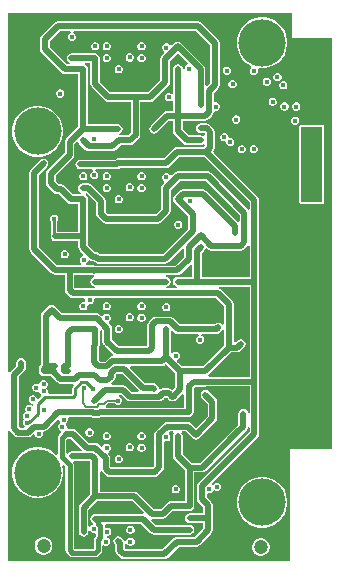
<source format=gbr>
G04*
G04 #@! TF.GenerationSoftware,Altium Limited,Altium Designer,24.9.1 (31)*
G04*
G04 Layer_Physical_Order=3*
G04 Layer_Color=3707366*
%FSLAX44Y44*%
%MOMM*%
G71*
G04*
G04 #@! TF.SameCoordinates,2D473B94-B7B4-4BDE-9676-FEF16CC65D84*
G04*
G04*
G04 #@! TF.FilePolarity,Positive*
G04*
G01*
G75*
%ADD12C,0.1500*%
%ADD31C,0.2200*%
%ADD33C,0.4000*%
%ADD34C,0.5000*%
%ADD35C,1.2000*%
%ADD36C,4.0000*%
%ADD37C,0.4000*%
G36*
X170922Y437311D02*
Y404689D01*
X168578Y402346D01*
X167078Y402967D01*
Y416600D01*
X167078Y416600D01*
X166768Y418161D01*
X165884Y419484D01*
X146484Y438884D01*
X145161Y439768D01*
X143600Y440078D01*
X142039Y439768D01*
X140716Y438884D01*
X140716Y438884D01*
X138656Y436824D01*
X136967Y436983D01*
X135983Y437967D01*
X134696Y438500D01*
X133304D01*
X132017Y437967D01*
X131033Y436983D01*
X130500Y435696D01*
Y434304D01*
X131033Y433017D01*
X131881Y432170D01*
X132031Y431882D01*
X132176Y430344D01*
X130116Y428284D01*
X129232Y426961D01*
X128922Y425400D01*
X128922Y425400D01*
Y407689D01*
X118311Y397078D01*
X86689D01*
X77678Y406089D01*
Y426000D01*
X77368Y427561D01*
X76484Y428884D01*
X75161Y429768D01*
X73600Y430078D01*
X53600D01*
X52039Y429768D01*
X50716Y428884D01*
X49832Y427561D01*
X49522Y426000D01*
X49832Y424439D01*
X50716Y423116D01*
X52039Y422232D01*
X52309Y422178D01*
X52162Y420678D01*
X49839D01*
X35078Y435439D01*
Y440311D01*
X43689Y448922D01*
X52144D01*
X53243Y447954D01*
Y447954D01*
D01*
X53304Y447500D01*
X52017Y446967D01*
X51033Y445983D01*
X50500Y444696D01*
Y443304D01*
X51033Y442017D01*
X52017Y441033D01*
X53304Y440500D01*
X54696D01*
X55983Y441033D01*
X56967Y442017D01*
X57500Y443304D01*
Y444696D01*
X56967Y445983D01*
X55983Y446967D01*
X54696Y447500D01*
X54757Y447954D01*
X55856Y448922D01*
X159311D01*
X170922Y437311D01*
D02*
G37*
G36*
X151946Y421886D02*
X151531Y420180D01*
X151017Y419967D01*
X150033Y418983D01*
X149500Y417696D01*
Y416742D01*
X148000Y416594D01*
X147768Y417761D01*
X146884Y419084D01*
X146884Y419084D01*
X146484Y419484D01*
X145161Y420368D01*
X143600Y420678D01*
X142039Y420368D01*
X140716Y419484D01*
X139832Y418161D01*
X139522Y416600D01*
X139832Y415039D01*
X139922Y414905D01*
Y396149D01*
X138422Y395528D01*
X137983Y395967D01*
X136696Y396500D01*
X135304D01*
X134017Y395967D01*
X133033Y394983D01*
X132500Y393696D01*
Y392304D01*
X133033Y391017D01*
X134017Y390033D01*
X135304Y389500D01*
X136696D01*
X137983Y390033D01*
X138422Y390472D01*
X138566Y390412D01*
X139832Y389675D01*
X139522Y388115D01*
X139522Y388115D01*
Y381278D01*
X134800D01*
X134800Y381278D01*
X133239Y380968D01*
X131916Y380084D01*
X131916Y380084D01*
X120716Y368884D01*
X119832Y367561D01*
X119522Y366000D01*
X119832Y364439D01*
X120716Y363116D01*
X122039Y362232D01*
X123600Y361922D01*
X125161Y362232D01*
X126484Y363116D01*
X136489Y373122D01*
X139522D01*
Y364400D01*
X139522Y364400D01*
X139832Y362839D01*
X140716Y361516D01*
X148516Y353716D01*
X148516Y353716D01*
X149839Y352832D01*
X151400Y352522D01*
X163000D01*
X164561Y352832D01*
X164949Y353092D01*
X166393Y352426D01*
X166449Y351955D01*
X165283Y350678D01*
X143000D01*
X141439Y350368D01*
X140116Y349484D01*
X140116Y349484D01*
X131711Y341078D01*
X94714D01*
X93696Y341500D01*
X92304D01*
X91017Y340967D01*
X90129Y340078D01*
X61000D01*
X59439Y339768D01*
X58116Y338884D01*
X57232Y337561D01*
X56922Y336000D01*
X57232Y334439D01*
X58116Y333116D01*
X59439Y332232D01*
X61000Y331922D01*
X71144D01*
X72243Y330954D01*
Y330954D01*
X72243D01*
X72304Y330500D01*
X71017Y329967D01*
X70033Y328983D01*
X69500Y327696D01*
Y326304D01*
X70033Y325017D01*
X71017Y324033D01*
X72304Y323500D01*
X73696D01*
X74983Y324033D01*
X75967Y325017D01*
X76500Y326304D01*
Y327696D01*
X75967Y328983D01*
X74983Y329967D01*
X73696Y330500D01*
X73757Y330954D01*
X73757D01*
X73757Y330954D01*
X74856Y331922D01*
X92000D01*
X92000Y331922D01*
X93561Y332232D01*
X94593Y332922D01*
X133400D01*
X133400Y332922D01*
X134961Y333232D01*
X136284Y334116D01*
X144689Y342522D01*
X165911D01*
X204451Y303982D01*
Y298239D01*
X202951Y297784D01*
X202884Y297884D01*
X171884Y328884D01*
X170561Y329768D01*
X169000Y330078D01*
X169000Y330078D01*
X143600D01*
X143600Y330078D01*
X142039Y329768D01*
X140716Y328884D01*
X138656Y326824D01*
X136967Y326983D01*
X135983Y327967D01*
X134696Y328500D01*
X133304D01*
X132017Y327967D01*
X131033Y326983D01*
X130500Y325696D01*
Y324304D01*
X131033Y323017D01*
X132017Y322033D01*
X132176Y320344D01*
X130716Y318884D01*
X129832Y317561D01*
X129522Y316000D01*
X129522Y316000D01*
Y306600D01*
Y298289D01*
X125311Y294078D01*
X84689D01*
X82649Y296118D01*
Y305429D01*
X82649Y305429D01*
X82339Y306990D01*
X81455Y308313D01*
X81455Y308313D01*
X70884Y318884D01*
X69561Y319768D01*
X68000Y320078D01*
X68000Y320078D01*
X63000D01*
X61439Y319768D01*
X60116Y318884D01*
X59232Y317561D01*
X58922Y316000D01*
X59232Y314439D01*
X60116Y313116D01*
X61439Y312232D01*
X61710Y312178D01*
X61562Y310678D01*
X55089D01*
X47884Y317884D01*
X46561Y318768D01*
X45000Y319078D01*
X45000Y319078D01*
X43204D01*
X40149Y322133D01*
Y326382D01*
X54884Y341116D01*
X54884Y341116D01*
X55768Y342439D01*
X56078Y344000D01*
Y353311D01*
X57817Y355050D01*
X59511Y354622D01*
X60116Y353716D01*
X65416Y348416D01*
X65416Y348416D01*
X66739Y347532D01*
X68300Y347222D01*
X88300D01*
X88300Y347222D01*
X89861Y347532D01*
X91184Y348416D01*
X95289Y352522D01*
X103600D01*
X103600Y352522D01*
X105161Y352832D01*
X106484Y353716D01*
X110884Y358116D01*
X110884Y358116D01*
X111768Y359439D01*
X112078Y361000D01*
Y388922D01*
X120000D01*
X120000Y388922D01*
X121561Y389232D01*
X122884Y390116D01*
X135884Y403116D01*
X135884Y403116D01*
X136768Y404439D01*
X137078Y406000D01*
X137078Y406000D01*
Y423711D01*
X143600Y430232D01*
X151946Y421886D01*
D02*
G37*
G36*
X240000Y443000D02*
X274000D01*
Y95000D01*
X239000D01*
Y0D01*
X0D01*
Y110098D01*
X1500Y110553D01*
X2116Y109631D01*
X5631Y106116D01*
X5631Y106116D01*
X6954Y105232D01*
X8515Y104922D01*
X8515Y104922D01*
X16757D01*
X16757Y104922D01*
X18318Y105232D01*
X19641Y106116D01*
X21000Y107475D01*
X21563Y107411D01*
X22632Y106986D01*
X23033Y106017D01*
X24017Y105033D01*
X25304Y104500D01*
X26696D01*
X27983Y105033D01*
X28967Y106017D01*
X29500Y107304D01*
Y108589D01*
X29576Y108791D01*
X30569Y110035D01*
X31561Y110232D01*
X32884Y111116D01*
X42000Y120232D01*
X43500Y119611D01*
Y119304D01*
X43828Y118512D01*
X44017Y116967D01*
X43033Y115983D01*
X42500Y114696D01*
Y113304D01*
X43033Y112017D01*
X44017Y111033D01*
X44326Y110905D01*
X45024Y109869D01*
X45065Y109155D01*
X45056Y109103D01*
X42977Y107023D01*
X42203Y105866D01*
X41931Y104500D01*
Y90596D01*
X40431Y89974D01*
X38705Y91700D01*
X35184Y94053D01*
X31271Y95674D01*
X27118Y96500D01*
X22882D01*
X18729Y95674D01*
X14816Y94053D01*
X11295Y91700D01*
X8300Y88705D01*
X5947Y85184D01*
X4326Y81271D01*
X3500Y77118D01*
Y72882D01*
X4326Y68729D01*
X5947Y64816D01*
X8300Y61295D01*
X11295Y58300D01*
X14816Y55947D01*
X18729Y54326D01*
X22882Y53500D01*
X27118D01*
X31271Y54326D01*
X35184Y55947D01*
X38705Y58300D01*
X41700Y61295D01*
X44053Y64816D01*
X45674Y68729D01*
X46500Y72882D01*
Y77118D01*
X45822Y80524D01*
X47205Y81263D01*
X48431Y80037D01*
Y9343D01*
X48703Y7977D01*
X49477Y6820D01*
X51820Y4477D01*
X52977Y3703D01*
X54343Y3431D01*
X73657D01*
X75023Y3703D01*
X76180Y4477D01*
X78523Y6820D01*
X79297Y7977D01*
X79569Y9343D01*
Y12960D01*
X81018Y13633D01*
X82304Y13100D01*
X83696D01*
X84983Y13633D01*
X85967Y14617D01*
X86500Y15904D01*
Y17296D01*
X85967Y18583D01*
X84983Y19567D01*
X83696Y20100D01*
X83938Y21500D01*
X84696D01*
X85983Y22033D01*
X86967Y23017D01*
X87500Y24304D01*
Y25696D01*
X86967Y26983D01*
X85983Y27967D01*
X84696Y28500D01*
X83304D01*
X82095Y29330D01*
X81858Y30733D01*
X82790Y31922D01*
X112311D01*
X120516Y23716D01*
X120516Y23716D01*
X121839Y22832D01*
X123400Y22522D01*
X123400Y22522D01*
X153600D01*
X155161Y22832D01*
X156484Y23716D01*
X157368Y25039D01*
X157678Y26600D01*
X157368Y28161D01*
X156484Y29484D01*
X155161Y30368D01*
X153600Y30678D01*
X125089D01*
X121220Y34547D01*
X121959Y35930D01*
X122000Y35922D01*
X131000D01*
X131000Y35922D01*
X132561Y36232D01*
X133884Y37116D01*
X139689Y42922D01*
X151905D01*
X152039Y42832D01*
X153600Y42522D01*
X155161Y42832D01*
X156484Y43716D01*
X157368Y45039D01*
X157678Y46600D01*
Y75322D01*
X164400D01*
X164400Y75322D01*
X165961Y75632D01*
X167284Y76516D01*
X197884Y107116D01*
X197884Y107116D01*
X197884Y107116D01*
X201884Y111116D01*
X201884Y111116D01*
X202768Y112439D01*
X202951Y113357D01*
X204451Y113210D01*
Y109704D01*
X161116Y66369D01*
X160232Y65046D01*
X159922Y63485D01*
X159922Y63485D01*
Y52682D01*
X159922Y52682D01*
X160232Y51122D01*
X161116Y49799D01*
X165201Y45714D01*
Y40678D01*
X153600D01*
X152039Y40368D01*
X150716Y39484D01*
X149832Y38161D01*
X149522Y36600D01*
X149832Y35039D01*
X150716Y33716D01*
X152039Y32832D01*
X153600Y32522D01*
X165201D01*
Y27969D01*
X157911Y20678D01*
X143000D01*
X141439Y20368D01*
X140116Y19484D01*
X140116Y19484D01*
X130711Y10078D01*
X99689D01*
X99078Y10689D01*
Y14451D01*
X100578Y14749D01*
X100633Y14617D01*
X101617Y13633D01*
X102904Y13100D01*
X104296D01*
X105583Y13633D01*
X106567Y14617D01*
X107100Y15904D01*
Y17296D01*
X106567Y18583D01*
X105583Y19567D01*
X104296Y20100D01*
X102904D01*
X101617Y19567D01*
X100633Y18583D01*
X100100Y17296D01*
Y17262D01*
X99754Y17131D01*
X98600Y17012D01*
X97884Y18084D01*
X97884Y18084D01*
X96084Y19884D01*
X94761Y20768D01*
X93200Y21078D01*
X91639Y20768D01*
X90316Y19884D01*
X89432Y18561D01*
X89122Y17000D01*
X89432Y15439D01*
X90316Y14116D01*
X90922Y13511D01*
Y9000D01*
X90922Y9000D01*
X91232Y7439D01*
X92116Y6116D01*
X95116Y3116D01*
X95116Y3116D01*
X96439Y2232D01*
X98000Y1922D01*
X132400D01*
X132400Y1922D01*
X133961Y2232D01*
X135284Y3116D01*
X144689Y12522D01*
X159600D01*
X159600Y12522D01*
X161161Y12832D01*
X162484Y13716D01*
X172163Y23396D01*
X173048Y24719D01*
X173358Y26280D01*
X173358Y26280D01*
Y36600D01*
Y47403D01*
X173358Y47403D01*
X173048Y48963D01*
X172163Y50287D01*
X172163Y50287D01*
X168078Y54372D01*
Y56681D01*
X169304Y57500D01*
X170696D01*
X171983Y58033D01*
X172967Y59017D01*
X173244Y59685D01*
X174802Y60140D01*
X174926Y60125D01*
X175017Y60033D01*
X176304Y59500D01*
X177696D01*
X178983Y60033D01*
X179967Y61017D01*
X180500Y62304D01*
Y63696D01*
X179967Y64983D01*
X178983Y65967D01*
X177696Y66500D01*
X176304D01*
X175017Y65967D01*
X174033Y64983D01*
X172889Y64906D01*
X172703Y66421D01*
X211413Y105130D01*
X211413Y105130D01*
X212297Y106454D01*
X212607Y108014D01*
X212607Y108014D01*
Y152131D01*
Y236600D01*
Y305671D01*
X212607Y305671D01*
X212297Y307232D01*
X211413Y308555D01*
X174249Y345719D01*
X173813Y347045D01*
X174697Y348368D01*
X175007Y349929D01*
Y363671D01*
X174697Y365232D01*
X173813Y366555D01*
X173813Y366555D01*
X170884Y369484D01*
X169561Y370368D01*
X168000Y370678D01*
X168000Y370678D01*
X163000D01*
X161439Y370368D01*
X160116Y369484D01*
X159232Y368161D01*
X158922Y366600D01*
X159232Y365039D01*
X160116Y363716D01*
X161439Y362832D01*
X163000Y362522D01*
X166311D01*
X166851Y361982D01*
Y360531D01*
X165351Y359840D01*
X164561Y360368D01*
X163000Y360678D01*
X153089D01*
X147678Y366089D01*
Y373122D01*
X167071D01*
X167071Y373122D01*
X168632Y373432D01*
X169955Y374316D01*
X172884Y377245D01*
X172884Y377245D01*
X173768Y378568D01*
X174078Y380129D01*
Y380681D01*
X175304Y381500D01*
X176696D01*
X177983Y382033D01*
X178967Y383017D01*
X179500Y384304D01*
Y385696D01*
X178967Y386983D01*
X177983Y387967D01*
X176696Y388500D01*
X175304D01*
X174078Y389319D01*
Y396311D01*
X177884Y400116D01*
X177884Y400116D01*
X178768Y401439D01*
X179078Y403000D01*
Y439000D01*
X179078Y439000D01*
X178768Y440561D01*
X177884Y441884D01*
X163884Y455884D01*
X162561Y456768D01*
X161000Y457078D01*
X161000Y457078D01*
X42000D01*
X42000Y457078D01*
X40439Y456768D01*
X39116Y455884D01*
X28116Y444884D01*
X27232Y443561D01*
X26922Y442000D01*
X26922Y442000D01*
Y433750D01*
X26922Y433750D01*
X27232Y432189D01*
X28116Y430866D01*
X45266Y413716D01*
X45266Y413716D01*
X46589Y412832D01*
X48150Y412522D01*
X48150Y412522D01*
X59522D01*
Y368289D01*
X49116Y357884D01*
X48232Y356561D01*
X47922Y355000D01*
X47922Y355000D01*
Y345689D01*
X33187Y330955D01*
X32303Y329632D01*
X31993Y328071D01*
X31993Y328071D01*
Y320444D01*
X31993Y320444D01*
X32303Y318883D01*
X33187Y317560D01*
X38631Y312116D01*
X38631Y312116D01*
X39954Y311232D01*
X41515Y310922D01*
X43311D01*
X50516Y303716D01*
X50516Y303716D01*
X51839Y302832D01*
X53400Y302522D01*
X53400Y302522D01*
X59522D01*
Y279078D01*
X41651D01*
Y287701D01*
X41967Y288017D01*
X42500Y289304D01*
Y290696D01*
X41967Y291983D01*
X40983Y292967D01*
X39696Y293500D01*
X38304D01*
X37017Y292967D01*
X36033Y291983D01*
X35500Y290696D01*
Y289304D01*
X36033Y288017D01*
X36349Y287701D01*
Y276736D01*
X36232Y276561D01*
X35922Y275000D01*
X36232Y273439D01*
X37116Y272116D01*
X38439Y271232D01*
X40000Y270922D01*
X59522D01*
Y266000D01*
X59522Y266000D01*
X59832Y264439D01*
X60716Y263116D01*
X63832Y260000D01*
X63304Y258500D01*
X62017Y257967D01*
X61033Y256983D01*
X60500Y255696D01*
Y254304D01*
X61033Y253017D01*
X61872Y252178D01*
X61779Y251499D01*
X61412Y250678D01*
X41089D01*
X26078Y265689D01*
Y327311D01*
X32884Y334116D01*
X33768Y335439D01*
X34078Y337000D01*
X33768Y338561D01*
X32884Y339884D01*
X31561Y340768D01*
X30000Y341078D01*
X28439Y340768D01*
X27116Y339884D01*
X19116Y331884D01*
X18232Y330561D01*
X17922Y329000D01*
X17922Y329000D01*
Y264000D01*
X17922Y264000D01*
X18232Y262439D01*
X19116Y261116D01*
X36516Y243716D01*
X37839Y242832D01*
X39400Y242522D01*
X39400Y242522D01*
X47993D01*
Y229929D01*
X47993Y229929D01*
X48303Y228368D01*
X49187Y227045D01*
X52116Y224116D01*
X52116Y224116D01*
X53439Y223232D01*
X55000Y222922D01*
X64681D01*
X65500Y221696D01*
Y220625D01*
X64491Y219630D01*
X64296Y219500D01*
X62904D01*
X61617Y218967D01*
X60633Y217983D01*
X60100Y216696D01*
Y215304D01*
X60633Y214017D01*
X61617Y213033D01*
X62904Y212500D01*
X64296D01*
X65583Y213033D01*
X66567Y214017D01*
X67100Y215304D01*
Y216375D01*
X68109Y217370D01*
X68304Y217500D01*
X69696D01*
X70983Y218033D01*
X71967Y219017D01*
X72500Y220304D01*
Y221696D01*
X73319Y222922D01*
X176311D01*
X182922Y216311D01*
Y200534D01*
X181422Y200079D01*
X180884Y200884D01*
X179561Y201768D01*
X178000Y202078D01*
X176439Y201768D01*
X175116Y200884D01*
X174911Y200678D01*
X145289D01*
X139984Y205984D01*
X138661Y206868D01*
X137100Y207178D01*
X137100Y207178D01*
X125100D01*
X125100Y207178D01*
X123539Y206868D01*
X122216Y205984D01*
X122216Y205984D01*
X119116Y202884D01*
X118232Y201561D01*
X117922Y200000D01*
X117922Y200000D01*
Y182618D01*
X117382Y182078D01*
X93583D01*
X88078Y187583D01*
Y197000D01*
X87768Y198561D01*
X86884Y199884D01*
X86884Y199884D01*
X85424Y201344D01*
X85583Y203033D01*
X86567Y204017D01*
X87100Y205304D01*
Y206696D01*
X86567Y207983D01*
X85583Y208967D01*
X84296Y209500D01*
X82904D01*
X81617Y208967D01*
X80770Y208119D01*
X80482Y207968D01*
X78944Y207824D01*
X77884Y208884D01*
X76561Y209768D01*
X75000Y210078D01*
X75000Y210078D01*
X45689D01*
X39884Y215884D01*
X38561Y216768D01*
X37000Y217078D01*
X35439Y216768D01*
X34116Y215884D01*
X29116Y210884D01*
X28232Y209561D01*
X27922Y208000D01*
X27922Y208000D01*
Y166689D01*
X27116Y165884D01*
X26232Y164561D01*
X25922Y163000D01*
X25922Y163000D01*
Y161000D01*
X26232Y159439D01*
X27116Y158116D01*
X28439Y157232D01*
X30000Y156922D01*
X34000D01*
X34000Y156922D01*
X36118D01*
X41424Y151616D01*
X42747Y150732D01*
X44308Y150422D01*
X44308Y150422D01*
X55046D01*
X55667Y148922D01*
X54626Y147880D01*
X54051Y147020D01*
X53849Y146005D01*
X53849Y146005D01*
Y142051D01*
X34331D01*
X33498Y143298D01*
X33500Y143304D01*
Y144696D01*
X32967Y145983D01*
X32930Y146020D01*
X32013Y147000D01*
X32930Y147980D01*
X32967Y148017D01*
X33500Y149304D01*
Y150696D01*
X32967Y151983D01*
X31983Y152967D01*
X30696Y153500D01*
X29304D01*
X28017Y152967D01*
X27033Y151983D01*
X26697Y151171D01*
X26403Y150675D01*
X25000Y150374D01*
X24696Y150500D01*
X23304D01*
X22017Y149967D01*
X21033Y148983D01*
X20500Y147696D01*
Y146304D01*
X21033Y145017D01*
X22017Y144033D01*
X23304Y143500D01*
X24696D01*
X25000Y143626D01*
X26403Y143325D01*
X26697Y142829D01*
X27033Y142017D01*
X27590Y141460D01*
X27852Y139601D01*
X25984Y137733D01*
X25622Y137724D01*
X24302Y138173D01*
X23967Y138983D01*
X22983Y139967D01*
X21696Y140500D01*
X20304D01*
X19017Y139967D01*
X18033Y138983D01*
X17500Y137696D01*
Y136304D01*
X18033Y135017D01*
X19017Y134033D01*
X20304Y133500D01*
X20619D01*
X21776Y132355D01*
X21761Y132310D01*
X20054Y131895D01*
X19983Y131967D01*
X18696Y132500D01*
X17304D01*
X16017Y131967D01*
X15033Y130983D01*
X14500Y129696D01*
Y128304D01*
X15033Y127017D01*
X14017Y125967D01*
X13033Y124983D01*
X12500Y123696D01*
Y122304D01*
X13033Y121017D01*
X13800Y120250D01*
X13033Y119483D01*
X12500Y118196D01*
Y116804D01*
X13033Y115517D01*
X13972Y114578D01*
X13961Y114333D01*
X13609Y113078D01*
X10204D01*
X9078Y114204D01*
Y156311D01*
X13884Y161116D01*
X13884Y161116D01*
X14768Y162439D01*
X15078Y164000D01*
X15078Y164000D01*
Y168000D01*
X14768Y169561D01*
X13884Y170884D01*
X12561Y171768D01*
X11000Y172078D01*
X9439Y171768D01*
X8116Y170884D01*
X7232Y169561D01*
X6922Y168000D01*
Y165689D01*
X2116Y160884D01*
X1500Y159962D01*
X0Y160417D01*
Y464000D01*
X240000D01*
Y443000D01*
D02*
G37*
G36*
X69522Y404400D02*
X69522Y404400D01*
X69832Y402839D01*
X70716Y401516D01*
X82116Y390116D01*
X83439Y389232D01*
X85000Y388922D01*
X85000Y388922D01*
X103922D01*
Y362689D01*
X101911Y360678D01*
X94438D01*
X94290Y362178D01*
X94561Y362232D01*
X95884Y363116D01*
X96768Y364439D01*
X97078Y366000D01*
X96768Y367561D01*
X95884Y368884D01*
X94561Y369768D01*
X93000Y370078D01*
X67678D01*
Y416600D01*
X67368Y418161D01*
X66484Y419484D01*
X65161Y420368D01*
X64890Y420422D01*
X65038Y421922D01*
X69522D01*
Y404400D01*
D02*
G37*
G36*
X195922Y293311D02*
Y287967D01*
X194422Y287346D01*
X167884Y313884D01*
X166561Y314768D01*
X165000Y315078D01*
X165000Y315078D01*
X148000D01*
X146439Y314768D01*
X145116Y313884D01*
X145116Y313884D01*
X140716Y309484D01*
X139832Y308161D01*
X139522Y306600D01*
X139832Y305039D01*
X140716Y303716D01*
X152501Y291931D01*
Y281269D01*
X131311Y260078D01*
X93000D01*
X93000Y260078D01*
X78186D01*
X77381Y260884D01*
X76058Y261768D01*
X74497Y262078D01*
X74497Y262078D01*
X73289D01*
X67678Y267689D01*
Y275000D01*
Y306600D01*
X67368Y308161D01*
X66484Y309484D01*
X65627Y310056D01*
X65957Y311623D01*
X66524Y311708D01*
X74493Y303740D01*
Y294429D01*
X74493Y294429D01*
X74803Y292868D01*
X75687Y291545D01*
X80116Y287116D01*
X81439Y286232D01*
X83000Y285922D01*
X83000Y285922D01*
X127000D01*
X127000Y285922D01*
X128561Y286232D01*
X129884Y287116D01*
X136484Y293716D01*
X136484Y293716D01*
X137368Y295039D01*
X137678Y296600D01*
Y306600D01*
Y314311D01*
X145289Y321922D01*
X167311D01*
X195922Y293311D01*
D02*
G37*
G36*
X204451Y266690D02*
Y240678D01*
X164149D01*
Y261382D01*
X165884Y263116D01*
X166729Y264382D01*
X166782Y264443D01*
X168380Y264853D01*
X169116Y264116D01*
X169116Y264116D01*
X170439Y263232D01*
X172000Y262922D01*
X172000Y262922D01*
X197071D01*
X197071Y262922D01*
X198632Y263232D01*
X199955Y264116D01*
X202884Y267045D01*
X202884Y267045D01*
X202951Y267145D01*
X204451Y266690D01*
D02*
G37*
G36*
X148922Y264033D02*
Y257689D01*
X141566Y250334D01*
X74012D01*
X73961Y250368D01*
X72400Y250678D01*
X72400Y250678D01*
X66588D01*
X66221Y251499D01*
X66128Y252178D01*
X66967Y253017D01*
X67500Y254304D01*
X67900Y254571D01*
X69000Y254926D01*
X70039Y254232D01*
X71600Y253922D01*
X71600Y253922D01*
X72808D01*
X73613Y253116D01*
X73613Y253116D01*
X74936Y252232D01*
X76497Y251922D01*
X93000D01*
X93000Y251922D01*
X93000Y251922D01*
X133000D01*
X133000Y251922D01*
X134561Y252232D01*
X135884Y253116D01*
X147422Y264654D01*
X148922Y264033D01*
D02*
G37*
G36*
X155993Y251104D02*
Y240678D01*
X143600D01*
X142039Y240368D01*
X140716Y239484D01*
X139832Y238161D01*
X139522Y236600D01*
X139832Y235039D01*
X140716Y233716D01*
X142039Y232832D01*
X143315Y232578D01*
X143167Y231078D01*
X134033D01*
X133885Y232578D01*
X135161Y232832D01*
X136484Y233716D01*
X137368Y235039D01*
X137678Y236600D01*
X137368Y238161D01*
X136484Y239484D01*
X135161Y240368D01*
X133600Y240678D01*
X133603Y242177D01*
X143256D01*
X143256Y242177D01*
X144816Y242488D01*
X146139Y243372D01*
X154493Y251725D01*
X155993Y251104D01*
D02*
G37*
G36*
X71439Y242232D02*
X72581Y242005D01*
Y240476D01*
X72039Y240368D01*
X70716Y239484D01*
X69832Y238161D01*
X69522Y236600D01*
X69832Y235039D01*
X70716Y233716D01*
X72039Y232832D01*
X73315Y232578D01*
X73167Y231078D01*
X56689D01*
X56149Y231618D01*
Y242522D01*
X71006D01*
X71439Y242232D01*
D02*
G37*
G36*
X182922Y195466D02*
Y182689D01*
X165311Y165078D01*
X147308D01*
X144524Y167862D01*
X144210Y168072D01*
X143168Y169114D01*
X143550Y170854D01*
X143983Y171033D01*
X144967Y172017D01*
X145500Y173304D01*
Y174696D01*
X144967Y175983D01*
X143983Y176967D01*
X142696Y177500D01*
X141304D01*
X140017Y176967D01*
X139178Y176128D01*
X138499Y176221D01*
X137678Y176588D01*
Y194633D01*
X139178Y195254D01*
X140716Y193716D01*
X140716Y193716D01*
X142039Y192832D01*
X143600Y192522D01*
X160744D01*
X161843Y191554D01*
Y191554D01*
X161843D01*
X161904Y191100D01*
X160617Y190567D01*
X159633Y189583D01*
X159100Y188296D01*
Y186904D01*
X159633Y185617D01*
X160617Y184633D01*
X161904Y184100D01*
X163296D01*
X164583Y184633D01*
X165567Y185617D01*
X166100Y186904D01*
Y188296D01*
X165567Y189583D01*
X164583Y190567D01*
X163296Y191100D01*
X163357Y191554D01*
X163357D01*
X163357Y191554D01*
X164456Y192522D01*
X176600D01*
X176600Y192522D01*
X178161Y192832D01*
X179484Y193716D01*
X180884Y195116D01*
X181422Y195921D01*
X182922Y195466D01*
D02*
G37*
G36*
X204451Y156210D02*
X169730D01*
X169275Y157710D01*
X169884Y158116D01*
X188689Y176922D01*
X194000D01*
X194000Y176922D01*
X195561Y177232D01*
X196884Y178116D01*
X199884Y181116D01*
X200768Y182439D01*
X201078Y184000D01*
X200768Y185561D01*
X199884Y186884D01*
X198561Y187768D01*
X197000Y188078D01*
X195439Y187768D01*
X194116Y186884D01*
X192578Y185346D01*
X191078Y185725D01*
Y218000D01*
X190768Y219561D01*
X189884Y220884D01*
X189884Y220884D01*
X180884Y229884D01*
X179561Y230768D01*
X178285Y231022D01*
X178433Y232522D01*
X204451D01*
Y156210D01*
D02*
G37*
G36*
X79922Y194837D02*
Y185894D01*
X79922Y185894D01*
X80232Y184333D01*
X81116Y183010D01*
X89010Y175116D01*
X89067Y175078D01*
X88612Y173578D01*
X88222D01*
X86662Y173268D01*
X85338Y172384D01*
X85338Y172384D01*
X82033Y169078D01*
X78204D01*
X77078Y170204D01*
Y181091D01*
X77368Y181525D01*
X77678Y183085D01*
X77678Y183085D01*
Y194715D01*
X79178Y195411D01*
X79922Y194837D01*
D02*
G37*
G36*
X134621Y166151D02*
X134674Y166073D01*
X138652Y162095D01*
X138652Y162095D01*
X138966Y161885D01*
X141541Y159311D01*
Y147308D01*
X139043Y144810D01*
X138692Y145161D01*
X137369Y146045D01*
X135808Y146356D01*
X135808Y146356D01*
X130837D01*
X129277Y146045D01*
X129105Y145931D01*
X129024Y145934D01*
X127541Y146690D01*
X127368Y147561D01*
X126484Y148884D01*
X125484Y149884D01*
X124161Y150768D01*
X122600Y151078D01*
X122600Y151078D01*
X116047D01*
X103089Y164036D01*
X103663Y165422D01*
X130081D01*
X130081Y165422D01*
X131642Y165732D01*
X132965Y166616D01*
X132999Y166650D01*
X134621Y166151D01*
D02*
G37*
G36*
X110511Y145078D02*
X109890Y143578D01*
X104886D01*
X100580Y147884D01*
X99257Y148768D01*
X97696Y149078D01*
X97696Y149078D01*
X87833D01*
X87656Y149317D01*
X87275Y150578D01*
X89884Y153187D01*
X89884Y153187D01*
X90768Y154510D01*
X91078Y156071D01*
Y157396D01*
X92604Y158922D01*
X96668D01*
X110511Y145078D01*
D02*
G37*
G36*
X148922Y141033D02*
Y130078D01*
X83377D01*
X82976Y130770D01*
X82823Y131578D01*
X84950Y133706D01*
X90344D01*
X91017Y133033D01*
X92304Y132500D01*
X93696D01*
X94983Y133033D01*
X95967Y134017D01*
X96500Y135304D01*
Y136696D01*
X95967Y137983D01*
X94983Y138967D01*
X93696Y139500D01*
X93885Y140922D01*
X96007D01*
X100312Y136616D01*
X100312Y136616D01*
X101635Y135732D01*
X103196Y135422D01*
X103196Y135422D01*
X128060D01*
X128060Y135422D01*
X129621Y135732D01*
X130944Y136616D01*
X132527Y138199D01*
X134119D01*
X135701Y136616D01*
X137024Y135732D01*
X138585Y135422D01*
X139500D01*
X139500Y135422D01*
X141061Y135732D01*
X142384Y136616D01*
X147422Y141654D01*
X148922Y141033D01*
D02*
G37*
G36*
X204451Y125790D02*
X202951Y125642D01*
X202768Y126561D01*
X201884Y127884D01*
X200561Y128768D01*
X199000Y129078D01*
X197439Y128768D01*
X196116Y127884D01*
X195232Y126561D01*
X194922Y125000D01*
Y115689D01*
X192116Y112884D01*
X192116Y112884D01*
X162711Y83478D01*
X155289D01*
X147678Y91089D01*
Y106000D01*
X147368Y107561D01*
X146793Y108422D01*
X147399Y109860D01*
X147457Y109922D01*
X150311D01*
X156116Y104116D01*
X156116Y104116D01*
X157439Y103232D01*
X159000Y102922D01*
X160561Y103232D01*
X161884Y104116D01*
X175884Y118116D01*
X175884Y118116D01*
X176768Y119439D01*
X177078Y121000D01*
X177078Y121000D01*
Y135000D01*
X177078Y135000D01*
X176768Y136561D01*
X175884Y137884D01*
X169884Y143884D01*
X168561Y144768D01*
X167000Y145078D01*
X165439Y144768D01*
X164116Y143884D01*
X163232Y142561D01*
X162922Y141000D01*
X163232Y139439D01*
X164116Y138116D01*
X168922Y133311D01*
Y122689D01*
X159000Y112768D01*
X154884Y116884D01*
X153561Y117768D01*
X152000Y118078D01*
X152000Y118078D01*
X134515D01*
X134515Y118078D01*
X132954Y117768D01*
X131631Y116884D01*
X125116Y110369D01*
X124232Y109046D01*
X123922Y107485D01*
X123922Y107485D01*
Y81103D01*
X122417Y79599D01*
X87118D01*
X86578Y80139D01*
Y87500D01*
X86578Y87500D01*
X86268Y89061D01*
X85384Y90384D01*
X84654Y91114D01*
X85069Y92820D01*
X85583Y93033D01*
X86567Y94017D01*
X87100Y95304D01*
Y96696D01*
X86567Y97983D01*
X85583Y98967D01*
X84296Y99500D01*
X82904D01*
X81617Y98967D01*
X80633Y97983D01*
X80420Y97469D01*
X78714Y97053D01*
X76884Y98884D01*
X75561Y99768D01*
X74000Y100078D01*
X74000Y100078D01*
X68689D01*
X57884Y110884D01*
X56561Y111768D01*
X55000Y112078D01*
X55000Y112078D01*
X50616D01*
X49500Y113304D01*
X49500Y113392D01*
Y114696D01*
X49172Y115488D01*
X48983Y117033D01*
X49967Y118017D01*
X50500Y119304D01*
Y120696D01*
X51319Y121922D01*
X70995D01*
X72000Y121722D01*
X77225D01*
X77225Y121722D01*
X78231Y121922D01*
X152400D01*
X152400Y121922D01*
X153961Y122232D01*
X155284Y123116D01*
X155884Y123716D01*
X155884Y123716D01*
X156768Y125039D01*
X157078Y126600D01*
X157078Y126600D01*
Y146311D01*
X158689Y147922D01*
X167000D01*
X167660Y148053D01*
X204451D01*
Y125790D01*
D02*
G37*
G36*
X62654Y94578D02*
X62033Y93078D01*
X54000D01*
X52439Y92768D01*
X51116Y91884D01*
X50569Y91064D01*
X49069Y91519D01*
Y103022D01*
X49968Y103922D01*
X53311D01*
X62654Y94578D01*
D02*
G37*
G36*
X139801Y109860D02*
X140407Y108422D01*
X139832Y107561D01*
X139522Y106000D01*
Y89400D01*
X139522Y89400D01*
X139832Y87839D01*
X140716Y86516D01*
X149522Y77711D01*
Y51078D01*
X138000D01*
X138000Y51078D01*
X136439Y50768D01*
X135116Y49884D01*
X135116Y49884D01*
X129311Y44078D01*
X123689D01*
X109884Y57884D01*
X108561Y58768D01*
X107000Y59078D01*
X107000Y59078D01*
X77678D01*
Y75766D01*
X79178Y76221D01*
X79616Y75566D01*
X82545Y72637D01*
X82545Y72637D01*
X83868Y71753D01*
X85429Y71442D01*
X124106D01*
X124107Y71442D01*
X125667Y71753D01*
X126990Y72637D01*
X130884Y76530D01*
X131768Y77853D01*
X132078Y79414D01*
X132078Y79414D01*
Y100681D01*
X133304Y101500D01*
X134696D01*
X135983Y102033D01*
X136967Y103017D01*
X137500Y104304D01*
Y105696D01*
X136967Y106983D01*
X136177Y107773D01*
X135873Y108559D01*
X135931Y108684D01*
X137022Y109922D01*
X139743D01*
X139801Y109860D01*
D02*
G37*
G36*
X114780Y41453D02*
X114041Y40070D01*
X114000Y40078D01*
X114000Y40078D01*
X73600D01*
X72039Y39768D01*
X70716Y38884D01*
X69832Y37561D01*
X69522Y36000D01*
X69832Y34439D01*
X70716Y33116D01*
X71648Y32494D01*
X71656Y32450D01*
X71490Y30928D01*
X70617Y30567D01*
X69633Y29583D01*
X69523Y29317D01*
X68023Y29615D01*
Y43655D01*
X75289Y50922D01*
X105311D01*
X114780Y41453D01*
D02*
G37*
G36*
X69522Y84911D02*
Y56689D01*
X61061Y48228D01*
X60177Y46905D01*
X59866Y45344D01*
X59866Y45344D01*
Y25000D01*
X60177Y23439D01*
X61061Y22116D01*
X62384Y21232D01*
X63944Y20922D01*
X65505Y21232D01*
X66828Y22116D01*
X67712Y23439D01*
X68023Y25000D01*
Y25585D01*
X69523Y25883D01*
X69633Y25617D01*
X70617Y24633D01*
X71904Y24100D01*
X73296D01*
X74531Y23275D01*
Y21663D01*
X73477Y20609D01*
X72703Y19451D01*
X72431Y18085D01*
Y10821D01*
X72179Y10569D01*
X55821D01*
X55569Y10821D01*
Y81515D01*
X55297Y82880D01*
X54935Y83422D01*
X55696Y84922D01*
X69511D01*
X69522Y84911D01*
D02*
G37*
%LPC*%
G36*
X113696Y439500D02*
X112304D01*
X111017Y438967D01*
X110033Y437983D01*
X109500Y436696D01*
Y435304D01*
X110033Y434017D01*
X111017Y433033D01*
X112304Y432500D01*
X113696D01*
X114983Y433033D01*
X115967Y434017D01*
X116500Y435304D01*
Y436696D01*
X115967Y437983D01*
X114983Y438967D01*
X113696Y439500D01*
D02*
G37*
G36*
X84296Y439500D02*
X82904D01*
X81617Y438967D01*
X80633Y437983D01*
X80100Y436696D01*
Y435304D01*
X80633Y434017D01*
X81617Y433033D01*
X82904Y432500D01*
X84296D01*
X85583Y433033D01*
X86567Y434017D01*
X87100Y435304D01*
Y436696D01*
X86567Y437983D01*
X85583Y438967D01*
X84296Y439500D01*
D02*
G37*
G36*
X74296D02*
X72904D01*
X71617Y438967D01*
X70633Y437983D01*
X70100Y436696D01*
Y435304D01*
X70633Y434017D01*
X71617Y433033D01*
X72904Y432500D01*
X74296D01*
X75583Y433033D01*
X76567Y434017D01*
X77100Y435304D01*
Y436696D01*
X76567Y437983D01*
X75583Y438967D01*
X74296Y439500D01*
D02*
G37*
G36*
X103696Y430100D02*
X102304D01*
X101017Y429567D01*
X100033Y428583D01*
X99500Y427296D01*
Y425904D01*
X100033Y424617D01*
X101017Y423633D01*
X102304Y423100D01*
X103696D01*
X104983Y423633D01*
X105967Y424617D01*
X106500Y425904D01*
Y427296D01*
X105967Y428583D01*
X104983Y429567D01*
X103696Y430100D01*
D02*
G37*
G36*
X113696Y429500D02*
X112304D01*
X111017Y428967D01*
X110033Y427983D01*
X109500Y426696D01*
Y425304D01*
X110033Y424017D01*
X111017Y423033D01*
X112304Y422500D01*
X113696D01*
X114983Y423033D01*
X115967Y424017D01*
X116500Y425304D01*
Y426696D01*
X115967Y427983D01*
X114983Y428967D01*
X113696Y429500D01*
D02*
G37*
G36*
X84296Y429500D02*
X82904D01*
X81617Y428967D01*
X80633Y427983D01*
X80100Y426696D01*
Y425304D01*
X80633Y424017D01*
X81617Y423033D01*
X82904Y422500D01*
X84296D01*
X85583Y423033D01*
X86567Y424017D01*
X87100Y425304D01*
Y426696D01*
X86567Y427983D01*
X85583Y428967D01*
X84296Y429500D01*
D02*
G37*
G36*
X94296Y420100D02*
X92904D01*
X91617Y419567D01*
X90633Y418583D01*
X90100Y417296D01*
Y415904D01*
X90633Y414617D01*
X91617Y413633D01*
X92904Y413100D01*
X94296D01*
X95583Y413633D01*
X96567Y414617D01*
X97100Y415904D01*
Y417296D01*
X96567Y418583D01*
X95583Y419567D01*
X94296Y420100D01*
D02*
G37*
G36*
X113696Y329500D02*
X112304D01*
X111017Y328967D01*
X110033Y327983D01*
X109500Y326696D01*
Y325304D01*
X110033Y324017D01*
X111017Y323033D01*
X112304Y322500D01*
X113696D01*
X114983Y323033D01*
X115967Y324017D01*
X116500Y325304D01*
Y326696D01*
X115967Y327983D01*
X114983Y328967D01*
X113696Y329500D01*
D02*
G37*
G36*
X84296Y329500D02*
X82904D01*
X81617Y328967D01*
X80633Y327983D01*
X80100Y326696D01*
Y325304D01*
X80633Y324017D01*
X81617Y323033D01*
X82904Y322500D01*
X84296D01*
X85583Y323033D01*
X86567Y324017D01*
X87100Y325304D01*
Y326696D01*
X86567Y327983D01*
X85583Y328967D01*
X84296Y329500D01*
D02*
G37*
G36*
X64296D02*
X62904D01*
X61617Y328967D01*
X60633Y327983D01*
X60100Y326696D01*
Y325304D01*
X60633Y324017D01*
X61617Y323033D01*
X62904Y322500D01*
X64296D01*
X65583Y323033D01*
X66567Y324017D01*
X67100Y325304D01*
Y326696D01*
X66567Y327983D01*
X65583Y328967D01*
X64296Y329500D01*
D02*
G37*
G36*
X103696Y320100D02*
X102304D01*
X101017Y319567D01*
X100033Y318583D01*
X99500Y317296D01*
Y315904D01*
X100033Y314617D01*
X101017Y313633D01*
X102304Y313100D01*
X103696D01*
X104983Y313633D01*
X105967Y314617D01*
X106500Y315904D01*
Y317296D01*
X105967Y318583D01*
X104983Y319567D01*
X103696Y320100D01*
D02*
G37*
G36*
X113696Y319500D02*
X112304D01*
X111017Y318967D01*
X110033Y317983D01*
X109500Y316696D01*
Y315304D01*
X110033Y314017D01*
X111017Y313033D01*
X112304Y312500D01*
X113696D01*
X114983Y313033D01*
X115967Y314017D01*
X116500Y315304D01*
Y316696D01*
X115967Y317983D01*
X114983Y318967D01*
X113696Y319500D01*
D02*
G37*
G36*
X84296Y319500D02*
X82904D01*
X81617Y318967D01*
X80633Y317983D01*
X80100Y316696D01*
Y315304D01*
X80633Y314017D01*
X81617Y313033D01*
X82904Y312500D01*
X84296D01*
X85583Y313033D01*
X86567Y314017D01*
X87100Y315304D01*
Y316696D01*
X86567Y317983D01*
X85583Y318967D01*
X84296Y319500D01*
D02*
G37*
G36*
X94296Y310100D02*
X92904D01*
X91617Y309567D01*
X90633Y308583D01*
X90100Y307296D01*
Y305904D01*
X90633Y304617D01*
X91617Y303633D01*
X92904Y303100D01*
X94296D01*
X95583Y303633D01*
X96567Y304617D01*
X97100Y305904D01*
Y307296D01*
X96567Y308583D01*
X95583Y309567D01*
X94296Y310100D01*
D02*
G37*
G36*
X217118Y460500D02*
X212882D01*
X208729Y459674D01*
X204816Y458053D01*
X201295Y455700D01*
X198300Y452705D01*
X195947Y449184D01*
X194326Y445271D01*
X193500Y441118D01*
Y436882D01*
X194326Y432729D01*
X195947Y428816D01*
X198300Y425295D01*
X201295Y422300D01*
X204816Y419947D01*
X205847Y419520D01*
X205952Y418564D01*
X205917Y417867D01*
X205033Y416983D01*
X204500Y415696D01*
Y414304D01*
X205033Y413017D01*
X206017Y412033D01*
X207304Y411500D01*
X208696D01*
X209983Y412033D01*
X210967Y413017D01*
X211500Y414304D01*
Y415696D01*
X211252Y416295D01*
X212292Y417617D01*
X212882Y417500D01*
X217118D01*
X221271Y418326D01*
X225184Y419947D01*
X228705Y422300D01*
X231700Y425295D01*
X234053Y428816D01*
X235674Y432729D01*
X236500Y436882D01*
Y441118D01*
X235674Y445271D01*
X234053Y449184D01*
X231700Y452705D01*
X228705Y455700D01*
X225184Y458053D01*
X221271Y459674D01*
X217118Y460500D01*
D02*
G37*
G36*
X186021Y418825D02*
X184629D01*
X183342Y418292D01*
X182358Y417308D01*
X181825Y416021D01*
Y414629D01*
X182358Y413343D01*
X183342Y412358D01*
X184629Y411825D01*
X186021D01*
X187308Y412358D01*
X188292Y413343D01*
X188825Y414629D01*
Y416021D01*
X188292Y417308D01*
X187308Y418292D01*
X186021Y418825D01*
D02*
G37*
G36*
X219696Y409500D02*
X218304D01*
X217017Y408967D01*
X216033Y407983D01*
X215500Y406696D01*
Y405304D01*
X216033Y404017D01*
X217017Y403033D01*
X218304Y402500D01*
X219696D01*
X220983Y403033D01*
X221967Y404017D01*
X222500Y405304D01*
Y406696D01*
X221967Y407983D01*
X220983Y408967D01*
X219696Y409500D01*
D02*
G37*
G36*
X190696Y407500D02*
X189304D01*
X188017Y406967D01*
X187033Y405983D01*
X186500Y404696D01*
Y403304D01*
X187033Y402017D01*
X188017Y401033D01*
X189304Y400500D01*
X190696D01*
X191983Y401033D01*
X192967Y402017D01*
X193500Y403304D01*
Y404696D01*
X192967Y405983D01*
X191983Y406967D01*
X190696Y407500D01*
D02*
G37*
G36*
X228696Y413500D02*
X227304D01*
X226017Y412967D01*
X225033Y411983D01*
X224500Y410696D01*
Y409304D01*
X225033Y408017D01*
X226017Y407033D01*
X227304Y406500D01*
X228696D01*
X229983Y407033D01*
X231008Y405957D01*
X230033Y404983D01*
X229500Y403696D01*
Y402304D01*
X230033Y401017D01*
X231017Y400033D01*
X232304Y399500D01*
X233696D01*
X234983Y400033D01*
X235967Y401017D01*
X236500Y402304D01*
Y403696D01*
X235967Y404983D01*
X234983Y405967D01*
X233696Y406500D01*
X232304D01*
X231017Y405967D01*
X229992Y407043D01*
X230967Y408017D01*
X231500Y409304D01*
Y410696D01*
X230967Y411983D01*
X229983Y412967D01*
X228696Y413500D01*
D02*
G37*
G36*
X44696Y399500D02*
X43304D01*
X42017Y398967D01*
X41033Y397983D01*
X40500Y396696D01*
Y395304D01*
X41033Y394017D01*
X42017Y393033D01*
X43304Y392500D01*
X44696D01*
X45983Y393033D01*
X46967Y394017D01*
X47500Y395304D01*
Y396696D01*
X46967Y397983D01*
X45983Y398967D01*
X44696Y399500D01*
D02*
G37*
G36*
X224696Y392500D02*
X223304D01*
X222017Y391967D01*
X221033Y390983D01*
X220500Y389696D01*
Y388304D01*
X221033Y387017D01*
X222017Y386033D01*
X223304Y385500D01*
X224696D01*
X225983Y386033D01*
X226967Y387017D01*
X227500Y388304D01*
Y389696D01*
X226967Y390983D01*
X225983Y391967D01*
X224696Y392500D01*
D02*
G37*
G36*
X244696Y388500D02*
X243304D01*
X242017Y387967D01*
X241033Y386983D01*
X240500Y385696D01*
Y384304D01*
X241033Y383017D01*
X242017Y382033D01*
X243304Y381500D01*
X244696D01*
X245983Y382033D01*
X246967Y383017D01*
X247500Y384304D01*
Y385696D01*
X246967Y386983D01*
X245983Y387967D01*
X244696Y388500D01*
D02*
G37*
G36*
X234696D02*
X233304D01*
X232017Y387967D01*
X231033Y386983D01*
X230500Y385696D01*
Y384304D01*
X231033Y383017D01*
X232017Y382033D01*
X233304Y381500D01*
X234696D01*
X235983Y382033D01*
X236967Y383017D01*
X237500Y384304D01*
Y385696D01*
X236967Y386983D01*
X235983Y387967D01*
X234696Y388500D01*
D02*
G37*
G36*
X193696Y377500D02*
X192304D01*
X191017Y376967D01*
X190033Y375983D01*
X189500Y374696D01*
Y373304D01*
X190033Y372017D01*
X191017Y371033D01*
X192304Y370500D01*
X193696D01*
X194983Y371033D01*
X195967Y372017D01*
X196500Y373304D01*
Y374696D01*
X195967Y375983D01*
X194983Y376967D01*
X193696Y377500D01*
D02*
G37*
G36*
X243696Y376500D02*
X242304D01*
X241017Y375967D01*
X240033Y374983D01*
X239500Y373696D01*
Y372304D01*
X240033Y371017D01*
X241017Y370033D01*
X242304Y369500D01*
X243696D01*
X244983Y370033D01*
X245967Y371017D01*
X246500Y372304D01*
Y373696D01*
X245967Y374983D01*
X244983Y375967D01*
X243696Y376500D01*
D02*
G37*
G36*
X183696Y362500D02*
X182304D01*
X181017Y361967D01*
X180033Y360983D01*
X179500Y359696D01*
Y358304D01*
X180033Y357017D01*
X181017Y356033D01*
X182304Y355500D01*
X183696D01*
X184500Y354304D01*
X185033Y353017D01*
X186017Y352033D01*
X187304Y351500D01*
X188696D01*
X189983Y352033D01*
X190967Y353017D01*
X191500Y354304D01*
Y355696D01*
X190967Y356983D01*
X189983Y357967D01*
X188696Y358500D01*
X187304D01*
X186500Y359696D01*
X185967Y360983D01*
X184983Y361967D01*
X183696Y362500D01*
D02*
G37*
G36*
X208696Y352500D02*
X207304D01*
X206017Y351967D01*
X205033Y350983D01*
X204500Y349696D01*
Y348304D01*
X205033Y347017D01*
X206017Y346033D01*
X207304Y345500D01*
X208696D01*
X209983Y346033D01*
X210967Y347017D01*
X211500Y348304D01*
Y349696D01*
X210967Y350983D01*
X209983Y351967D01*
X208696Y352500D01*
D02*
G37*
G36*
X198696D02*
X197304D01*
X196017Y351967D01*
X195033Y350983D01*
X194500Y349696D01*
Y348304D01*
X195033Y347017D01*
X196017Y346033D01*
X197304Y345500D01*
X198696D01*
X199983Y346033D01*
X200967Y347017D01*
X201500Y348304D01*
Y349696D01*
X200967Y350983D01*
X199983Y351967D01*
X198696Y352500D01*
D02*
G37*
G36*
X27118Y385500D02*
X22882D01*
X18729Y384674D01*
X14816Y383053D01*
X11295Y380700D01*
X8300Y377705D01*
X5947Y374184D01*
X4326Y370271D01*
X3500Y366118D01*
Y361882D01*
X4326Y357729D01*
X5947Y353816D01*
X8300Y350295D01*
X11295Y347300D01*
X14816Y344947D01*
X18729Y343326D01*
X22882Y342500D01*
X27118D01*
X31271Y343326D01*
X35184Y344947D01*
X38705Y347300D01*
X41700Y350295D01*
X44053Y353816D01*
X45674Y357729D01*
X46500Y361882D01*
Y366118D01*
X45674Y370271D01*
X44053Y374184D01*
X41700Y377705D01*
X38705Y380700D01*
X35184Y383053D01*
X31271Y384674D01*
X27118Y385500D01*
D02*
G37*
G36*
X266000Y369624D02*
X248000D01*
X246852Y369148D01*
X246376Y368000D01*
Y304000D01*
X246852Y302852D01*
X248000Y302376D01*
X266000D01*
X267148Y302852D01*
X267624Y304000D01*
Y368000D01*
X267148Y369148D01*
X266000Y369624D01*
D02*
G37*
G36*
X48696Y263500D02*
X47304D01*
X46017Y262967D01*
X45033Y261983D01*
X44500Y260696D01*
Y259304D01*
X45033Y258017D01*
X46017Y257033D01*
X47304Y256500D01*
X48696D01*
X49983Y257033D01*
X50967Y258017D01*
X51500Y259304D01*
Y260696D01*
X50967Y261983D01*
X49983Y262967D01*
X48696Y263500D01*
D02*
G37*
G36*
X113696Y219500D02*
X112304D01*
X111017Y218967D01*
X110033Y217983D01*
X109500Y216696D01*
Y215304D01*
X110033Y214017D01*
X111017Y213033D01*
X112304Y212500D01*
X113696D01*
X114983Y213033D01*
X115967Y214017D01*
X116500Y215304D01*
Y216696D01*
X115967Y217983D01*
X114983Y218967D01*
X113696Y219500D01*
D02*
G37*
G36*
X84296Y219500D02*
X82904D01*
X81617Y218967D01*
X80633Y217983D01*
X80100Y216696D01*
Y215304D01*
X80633Y214017D01*
X81617Y213033D01*
X82904Y212500D01*
X84296D01*
X85583Y213033D01*
X86567Y214017D01*
X87100Y215304D01*
Y216696D01*
X86567Y217983D01*
X85583Y218967D01*
X84296Y219500D01*
D02*
G37*
G36*
X134696Y218500D02*
X133304D01*
X132017Y217967D01*
X131033Y216983D01*
X130500Y215696D01*
Y214304D01*
X131033Y213017D01*
X132017Y212033D01*
X133304Y211500D01*
X134696D01*
X135983Y212033D01*
X136967Y213017D01*
X137500Y214304D01*
Y215696D01*
X136967Y216983D01*
X135983Y217967D01*
X134696Y218500D01*
D02*
G37*
G36*
X103696Y210100D02*
X102304D01*
X101017Y209567D01*
X100033Y208583D01*
X99500Y207296D01*
Y205904D01*
X100033Y204617D01*
X101017Y203633D01*
X102304Y203100D01*
X103696D01*
X104983Y203633D01*
X105967Y204617D01*
X106500Y205904D01*
Y207296D01*
X105967Y208583D01*
X104983Y209567D01*
X103696Y210100D01*
D02*
G37*
G36*
X113696Y209500D02*
X112304D01*
X111017Y208967D01*
X110033Y207983D01*
X109500Y206696D01*
Y205304D01*
X110033Y204017D01*
X111017Y203033D01*
X112304Y202500D01*
X113696D01*
X114983Y203033D01*
X115967Y204017D01*
X116500Y205304D01*
Y206696D01*
X115967Y207983D01*
X114983Y208967D01*
X113696Y209500D01*
D02*
G37*
G36*
X94296Y200100D02*
X92904D01*
X91617Y199567D01*
X90633Y198583D01*
X90100Y197296D01*
Y195904D01*
X90633Y194617D01*
X91617Y193633D01*
X92904Y193100D01*
X94296D01*
X95583Y193633D01*
X96567Y194617D01*
X97100Y195904D01*
Y197296D01*
X96567Y198583D01*
X95583Y199567D01*
X94296Y200100D01*
D02*
G37*
G36*
X217118Y71500D02*
X212882D01*
X208729Y70674D01*
X204816Y69053D01*
X201295Y66700D01*
X198300Y63705D01*
X195947Y60184D01*
X194326Y56271D01*
X193500Y52118D01*
Y47882D01*
X194326Y43729D01*
X195947Y39816D01*
X198300Y36295D01*
X201295Y33300D01*
X204816Y30947D01*
X208729Y29326D01*
X212882Y28500D01*
X217118D01*
X221271Y29326D01*
X225184Y30947D01*
X228705Y33300D01*
X231700Y36295D01*
X234053Y39816D01*
X235674Y43729D01*
X236500Y47882D01*
Y52118D01*
X235674Y56271D01*
X234053Y60184D01*
X231700Y63705D01*
X228705Y66700D01*
X225184Y69053D01*
X221271Y70674D01*
X217118Y71500D01*
D02*
G37*
G36*
X104296Y30100D02*
X102904D01*
X101617Y29567D01*
X100633Y28583D01*
X100100Y27296D01*
Y25904D01*
X100633Y24617D01*
X101617Y23633D01*
X102904Y23100D01*
X104296D01*
X105583Y23633D01*
X106567Y24617D01*
X107100Y25904D01*
Y27296D01*
X106567Y28583D01*
X105583Y29567D01*
X104296Y30100D01*
D02*
G37*
G36*
X30987Y20500D02*
X29013D01*
X27105Y19989D01*
X25395Y19001D01*
X23998Y17605D01*
X23011Y15895D01*
X22500Y13987D01*
Y12013D01*
X23011Y10105D01*
X23998Y8395D01*
X25395Y6999D01*
X27105Y6011D01*
X29013Y5500D01*
X30987D01*
X32895Y6011D01*
X34605Y6999D01*
X36002Y8395D01*
X36989Y10105D01*
X37500Y12013D01*
Y13987D01*
X36989Y15895D01*
X36002Y17605D01*
X34605Y19001D01*
X32895Y19989D01*
X30987Y20500D01*
D02*
G37*
G36*
X214987Y19500D02*
X213013D01*
X211105Y18989D01*
X209395Y18002D01*
X207999Y16605D01*
X207011Y14895D01*
X206500Y12987D01*
Y11013D01*
X207011Y9105D01*
X207999Y7395D01*
X209395Y5998D01*
X211105Y5011D01*
X213013Y4500D01*
X214987D01*
X216895Y5011D01*
X218605Y5998D01*
X220002Y7395D01*
X220989Y9105D01*
X221500Y11013D01*
Y12987D01*
X220989Y14895D01*
X220002Y16605D01*
X218605Y18002D01*
X216895Y18989D01*
X214987Y19500D01*
D02*
G37*
%LPD*%
G36*
X266000Y304000D02*
X248000D01*
Y368000D01*
X266000D01*
Y304000D01*
D02*
G37*
%LPC*%
G36*
X144696Y288500D02*
X143304D01*
X142017Y287967D01*
X141033Y286983D01*
X140500Y285696D01*
Y284304D01*
X141033Y283017D01*
X142017Y282033D01*
X143304Y281500D01*
X144696D01*
X145983Y282033D01*
X146967Y283017D01*
X147500Y284304D01*
Y285696D01*
X146967Y286983D01*
X145983Y287967D01*
X144696Y288500D01*
D02*
G37*
G36*
X69696Y112500D02*
X68304D01*
X67017Y111967D01*
X66033Y110983D01*
X65500Y109696D01*
Y108304D01*
X66033Y107017D01*
X67017Y106033D01*
X68304Y105500D01*
X69696D01*
X70983Y106033D01*
X71967Y107017D01*
X72500Y108304D01*
Y109696D01*
X71967Y110983D01*
X70983Y111967D01*
X69696Y112500D01*
D02*
G37*
G36*
X113696Y109500D02*
X112304D01*
X111017Y108967D01*
X110033Y107983D01*
X109500Y106696D01*
Y105304D01*
X110033Y104017D01*
X111017Y103033D01*
X112304Y102500D01*
X113696D01*
X114983Y103033D01*
X115967Y104017D01*
X116500Y105304D01*
Y106696D01*
X115967Y107983D01*
X114983Y108967D01*
X113696Y109500D01*
D02*
G37*
G36*
X84296Y109500D02*
X82904D01*
X81617Y108967D01*
X80633Y107983D01*
X80100Y106696D01*
Y105304D01*
X80633Y104017D01*
X81617Y103033D01*
X82904Y102500D01*
X84296D01*
X85583Y103033D01*
X86567Y104017D01*
X87100Y105304D01*
Y106696D01*
X86567Y107983D01*
X85583Y108967D01*
X84296Y109500D01*
D02*
G37*
G36*
X103696Y100100D02*
X102304D01*
X101017Y99567D01*
X100033Y98583D01*
X99500Y97296D01*
Y95904D01*
X100033Y94617D01*
X101017Y93633D01*
X102304Y93100D01*
X103696D01*
X104983Y93633D01*
X105967Y94617D01*
X106500Y95904D01*
Y97296D01*
X105967Y98583D01*
X104983Y99567D01*
X103696Y100100D01*
D02*
G37*
G36*
X113696Y99500D02*
X112304D01*
X111017Y98967D01*
X110033Y97983D01*
X109500Y96696D01*
Y95304D01*
X110033Y94017D01*
X111017Y93033D01*
X112304Y92500D01*
X113696D01*
X114983Y93033D01*
X115967Y94017D01*
X116500Y95304D01*
Y96696D01*
X115967Y97983D01*
X114983Y98967D01*
X113696Y99500D01*
D02*
G37*
G36*
X94296Y90100D02*
X92904D01*
X91617Y89567D01*
X90633Y88583D01*
X90100Y87296D01*
Y85904D01*
X90633Y84617D01*
X91617Y83633D01*
X92904Y83100D01*
X94296D01*
X95583Y83633D01*
X96567Y84617D01*
X97100Y85904D01*
Y87296D01*
X96567Y88583D01*
X95583Y89567D01*
X94296Y90100D01*
D02*
G37*
G36*
X142696Y64500D02*
X141304D01*
X140017Y63967D01*
X139033Y62983D01*
X138500Y61696D01*
Y60304D01*
X139033Y59017D01*
X140017Y58033D01*
X141304Y57500D01*
X142696D01*
X143983Y58033D01*
X144967Y59017D01*
X145500Y60304D01*
Y61696D01*
X144967Y62983D01*
X143983Y63967D01*
X142696Y64500D01*
D02*
G37*
%LPD*%
D12*
X63000Y134000D02*
Y146000D01*
X64000Y147000D01*
X66100Y130900D02*
X75113D01*
X63000Y134000D02*
X66100Y130900D01*
X77213Y133000D02*
X81000D01*
X75113Y130900D02*
X77213Y133000D01*
X81000D02*
X84000Y136000D01*
X93000D01*
D31*
X40000Y275000D02*
Y275487D01*
X39000Y276487D02*
X40000Y275487D01*
X17844Y117844D02*
X25000Y125000D01*
Y133000D01*
X56500Y140689D02*
Y146005D01*
X31400Y139400D02*
X55211D01*
X56500Y140689D01*
Y146005D02*
X62095Y151600D01*
X66000D02*
X72000Y145600D01*
X62095Y151600D02*
X66000D01*
X25000Y133000D02*
X31400Y139400D01*
X16000Y117500D02*
X16344Y117844D01*
X17844D01*
X39000Y276487D02*
Y290000D01*
D33*
X76000Y9343D02*
Y18085D01*
X78100Y20185D02*
Y29878D01*
X54343Y7000D02*
X73657D01*
X76000Y31978D02*
X78100Y29878D01*
X73600Y36000D02*
X76000Y33600D01*
X73657Y7000D02*
X76000Y9343D01*
Y31978D02*
Y33600D01*
Y18085D02*
X78100Y20185D01*
X52000Y9343D02*
Y81515D01*
Y9343D02*
X54343Y7000D01*
X45500Y88015D02*
X52000Y81515D01*
X45500Y88015D02*
Y104500D01*
X49000Y108000D01*
D34*
X32000Y165000D02*
X36000D01*
X34000Y161000D02*
X37808D01*
X36000Y165000D02*
X40000D01*
X30000Y161000D02*
X34000D01*
X34000Y161000D01*
X30000Y163000D02*
X32000Y165000D01*
X73600Y36000D02*
X83600D01*
X63000Y366000D02*
X75000D01*
X93000D01*
X30000Y161000D02*
Y163000D01*
X5000Y112515D02*
Y158000D01*
X11000Y164000D01*
Y168000D01*
X5000Y112515D02*
X8515Y109000D01*
X170000Y398000D02*
X175000Y403000D01*
Y439000D01*
X161000Y453000D02*
X175000Y439000D01*
X48150Y416600D02*
X63600D01*
X31000Y433750D02*
X48150Y416600D01*
X31000Y433750D02*
Y442000D01*
X45000Y315000D02*
X53400Y306600D01*
X41515Y315000D02*
X45000D01*
X36071Y320444D02*
Y328071D01*
Y320444D02*
X41515Y315000D01*
X36071Y328071D02*
X52000Y344000D01*
X94000Y145000D02*
X97696D01*
X82000D02*
X94000D01*
X103196Y139500D02*
X128060D01*
X130837Y142277D01*
X138585Y139500D02*
X139500D01*
X130837Y142277D02*
X135808D01*
X138585Y139500D01*
X16757Y109000D02*
X21757Y114000D01*
X30000D01*
X42000Y126000D01*
X8515Y109000D02*
X16757D01*
X63000Y356600D02*
X68300Y351300D01*
X88300D02*
X93600Y356600D01*
X68300Y351300D02*
X88300D01*
X92000Y336000D02*
X93000Y337000D01*
X61000Y336000D02*
X92000D01*
X93000Y337000D02*
X133400D01*
X169280Y36600D02*
Y47403D01*
X164000Y52682D02*
X169280Y47403D01*
X164000Y52682D02*
Y63485D01*
X208529Y108014D01*
Y152131D01*
X153600Y36600D02*
X169280D01*
Y26280D02*
Y36600D01*
X159600Y16600D02*
X169280Y26280D01*
X170000Y380129D02*
Y398000D01*
X133400Y337000D02*
X143000Y346600D01*
X72000Y125800D02*
X77225D01*
X63944Y25000D02*
Y45344D01*
X73600Y55000D01*
X44308Y154500D02*
X56904D01*
X60404Y158000D02*
X73000D01*
X77500Y153500D01*
X37808Y161000D02*
X44308Y154500D01*
X56904D02*
X60404Y158000D01*
X42000Y126000D02*
X72000D01*
X77425D02*
X152400D01*
X77225Y125800D02*
X77425Y126000D01*
X152400D02*
X153000Y126600D01*
X73000Y136000D02*
Y136000D01*
X82000Y145000D01*
X97696D02*
X103196Y139500D01*
X139500D02*
X145619Y145619D01*
X83722Y165000D02*
X88222Y169500D01*
X90915Y163000D02*
X98357D01*
X76515Y165000D02*
X83722D01*
X87000Y159085D02*
X90915Y163000D01*
X130081Y169500D02*
X133600Y173019D01*
X98357Y163000D02*
X114357Y147000D01*
X88222Y169500D02*
X130081D01*
X73000Y168515D02*
Y182485D01*
X87000Y156071D02*
Y159085D01*
X77858Y153142D02*
X84071D01*
X87000Y156071D01*
X77500Y153500D02*
X77858Y153142D01*
X114357Y147000D02*
X122600D01*
X123600Y146000D01*
X141640Y164979D02*
X145619Y161000D01*
X141536Y164979D02*
X141640D01*
X137557Y168957D02*
X141536Y164979D01*
X137557Y168957D02*
Y169062D01*
X133600Y173019D02*
X137557Y169062D01*
X125100Y203100D02*
X137100D01*
X143600Y196600D01*
X176600D01*
X178000Y198000D01*
X122000Y200000D02*
X125100Y203100D01*
X122000Y180929D02*
Y200000D01*
X119071Y178000D02*
X122000Y180929D01*
X91894Y178000D02*
X119071D01*
X84000Y185894D02*
X91894Y178000D01*
X84000Y185894D02*
Y197000D01*
X75000Y206000D02*
X84000Y197000D01*
X63600Y206000D02*
X75000D01*
X165000Y311000D02*
X192000Y284000D01*
X148000Y311000D02*
X165000D01*
X143600Y306600D02*
X148000Y311000D01*
X144000Y388515D02*
Y416200D01*
X143600Y388115D02*
X144000Y388515D01*
X143600Y416600D02*
X144000Y416200D01*
X143600Y377200D02*
Y388115D01*
X134515Y114000D02*
X152000D01*
X128000Y107485D02*
X134515Y114000D01*
X124107Y75521D02*
X128000Y79414D01*
Y107485D01*
X71600Y258000D02*
X74497D01*
X76497Y256000D01*
X93000D01*
X93000Y256000D01*
X63600Y266000D02*
X71600Y258000D01*
X63600Y266000D02*
Y275000D01*
X71200Y89000D02*
X73600Y86600D01*
X54000Y89000D02*
X71200D01*
X82500Y78450D02*
Y87500D01*
Y78450D02*
X85429Y75521D01*
X124107D01*
X68000Y316000D02*
X78571Y305429D01*
X63000Y316000D02*
X68000D01*
X157000Y152000D02*
X167000D01*
X153000Y126600D02*
Y148000D01*
X157000Y152000D01*
X187000Y181000D02*
X194000D01*
X197000Y184000D01*
X167131Y152131D02*
X208529D01*
Y236600D01*
X167000Y161000D02*
X187000Y181000D01*
Y218000D01*
X195000Y110000D02*
X199000Y114000D01*
Y125000D01*
X164400Y79400D02*
X195000Y110000D01*
Y110000D01*
X153600Y79400D02*
X164400D01*
X95000Y9000D02*
Y15200D01*
Y9000D02*
X98000Y6000D01*
X93200Y17000D02*
X95000Y15200D01*
X173000Y121000D02*
Y135000D01*
X159000Y107000D02*
X173000Y121000D01*
X167000Y141000D02*
X173000Y135000D01*
X200000Y269929D02*
Y295000D01*
X163000Y276000D02*
X172000Y267000D01*
X197071D01*
X200000Y269929D01*
X169000Y326000D02*
X200000Y295000D01*
X143600Y326000D02*
X169000D01*
X73000Y168515D02*
X76515Y165000D01*
X73000Y182485D02*
X73600Y183085D01*
Y196600D01*
X63000Y196600D02*
X73600D01*
X53929D02*
X63000D01*
X98000Y6000D02*
X132400D01*
X143000Y16600D01*
X73600Y55000D02*
Y86600D01*
Y55000D02*
X107000D01*
X74000Y96000D02*
X82500Y87500D01*
X107000Y55000D02*
X122000Y40000D01*
X131000D02*
X138000Y47000D01*
X122000Y40000D02*
X131000D01*
X138000Y47000D02*
X153200D01*
X153000Y256000D02*
Y266000D01*
X93256Y246256D02*
X143256D01*
X73256D02*
X93256D01*
X143256D02*
X153000Y256000D01*
Y266000D02*
X163000Y276000D01*
X143600Y306600D02*
X156580Y293620D01*
Y279580D02*
Y293620D01*
X133000Y256000D02*
X156580Y279580D01*
X133000Y406000D02*
Y425400D01*
X108000Y393000D02*
X120000D01*
X133000Y406000D01*
X83000Y290000D02*
X127000D01*
X78571Y294429D02*
X83000Y290000D01*
X127000D02*
X133600Y296600D01*
X52000Y344000D02*
Y355000D01*
X63000Y366000D01*
X145619Y161000D02*
X167000D01*
X160071Y263071D02*
X163000Y266000D01*
X160071Y236600D02*
Y263071D01*
X208529Y236600D02*
Y305671D01*
X160071Y236600D02*
X208529D01*
X167600Y346600D02*
X208529Y305671D01*
X55000Y227000D02*
X178000D01*
X187000Y218000D01*
X152000Y114000D02*
X159000Y107000D01*
X143600Y364400D02*
X151400Y356600D01*
X143600Y364400D02*
Y377200D01*
X167071D01*
X170000Y380129D01*
X134800Y377200D02*
X143600D01*
X123600Y366000D02*
X134800Y377200D01*
X151400Y356600D02*
X163000D01*
X85000Y393000D02*
X108000D01*
X103600Y356600D02*
X108000Y361000D01*
Y393000D01*
X93600Y356600D02*
X103600D01*
X42000Y453000D02*
X161000D01*
X31000Y442000D02*
X42000Y453000D01*
X22000Y329000D02*
X30000Y337000D01*
X22000Y264000D02*
Y329000D01*
X53400Y306600D02*
X63600D01*
X22000Y264000D02*
X39400Y246600D01*
X32000Y208000D02*
X37000Y213000D01*
X32000Y165000D02*
Y208000D01*
X63600Y275000D02*
Y306600D01*
X39400Y246600D02*
X52071D01*
X40000Y275000D02*
X63600D01*
X51000Y193671D02*
X53929Y196600D01*
X51000Y165000D02*
Y193671D01*
X63000Y246600D02*
X72400D01*
X52071D02*
X63000D01*
X52071Y246600D02*
X52071Y246600D01*
X52071Y229929D02*
Y246600D01*
X145619Y145619D02*
Y161000D01*
X52071Y229929D02*
X55000Y227000D01*
X170929Y349929D02*
Y363671D01*
X163000Y366600D02*
X168000D01*
X170929Y363671D01*
X47000Y165000D02*
X51000D01*
X47000Y161000D02*
Y165000D01*
Y161000D02*
X51000D01*
X73000Y96000D02*
X74000D01*
X153200Y47000D02*
X153600Y46600D01*
X55000Y108000D02*
X67000Y96000D01*
X73000D01*
X49000Y108000D02*
X55000D01*
X143600Y236600D02*
X160071D01*
X37000Y213000D02*
X44000Y206000D01*
X63600D01*
X72400Y246600D02*
X73000Y246000D01*
X93000Y256000D02*
X133000D01*
X192000Y278000D02*
Y284000D01*
X133000Y425400D02*
X143600Y436000D01*
X143600Y436000D02*
X163000Y416600D01*
Y386000D02*
Y416600D01*
X73600Y404400D02*
Y426000D01*
Y404400D02*
X85000Y393000D01*
X53600Y426000D02*
X73600D01*
X143600Y89400D02*
X153600Y79400D01*
X143600Y89400D02*
Y106000D01*
X153600Y46600D02*
Y79400D01*
X123600Y26600D02*
X153600D01*
X123400D02*
X123600D01*
X83600Y36000D02*
X114000D01*
X123400Y26600D01*
X133600Y173019D02*
Y196600D01*
X73000Y246000D02*
X73256Y246256D01*
X78571Y294429D02*
Y305429D01*
X133600Y296600D02*
Y306600D01*
Y316000D01*
X143600Y326000D01*
X73600Y196600D02*
X73600Y196600D01*
X63600Y366600D02*
Y416600D01*
X63000Y366000D02*
X63600Y366600D01*
X143000Y16600D02*
X159600D01*
X167600Y346600D02*
X170929Y349929D01*
X143000Y346600D02*
X167600D01*
X73600Y236600D02*
X93600D01*
X133600D01*
D35*
X30000Y13000D02*
D03*
X214000Y12000D02*
D03*
D36*
X215000Y439000D02*
D03*
X25000Y75000D02*
D03*
X215000Y50000D02*
D03*
X25000Y364000D02*
D03*
D37*
X34000Y161000D02*
D03*
X36000Y165000D02*
D03*
X32000D02*
D03*
X75000Y366000D02*
D03*
X93000D02*
D03*
X30000Y161000D02*
D03*
X64000Y237000D02*
D03*
X169000Y415000D02*
D03*
X28000Y413000D02*
D03*
Y423000D02*
D03*
X63035Y66465D02*
D03*
X260000Y432000D02*
D03*
Y417000D02*
D03*
Y402000D02*
D03*
Y387000D02*
D03*
Y372000D02*
D03*
Y297000D02*
D03*
Y282000D02*
D03*
Y267000D02*
D03*
Y252000D02*
D03*
Y237000D02*
D03*
Y222000D02*
D03*
Y207000D02*
D03*
Y192000D02*
D03*
Y177000D02*
D03*
Y162000D02*
D03*
Y147000D02*
D03*
Y132000D02*
D03*
X245000Y432000D02*
D03*
Y417000D02*
D03*
Y297000D02*
D03*
Y282000D02*
D03*
Y267000D02*
D03*
Y252000D02*
D03*
Y237000D02*
D03*
Y222000D02*
D03*
Y207000D02*
D03*
Y192000D02*
D03*
Y177000D02*
D03*
Y162000D02*
D03*
Y147000D02*
D03*
Y132000D02*
D03*
X230000Y417000D02*
D03*
Y327000D02*
D03*
Y117000D02*
D03*
Y102000D02*
D03*
Y87000D02*
D03*
Y72000D02*
D03*
Y27000D02*
D03*
Y12000D02*
D03*
X215000Y117000D02*
D03*
Y102000D02*
D03*
Y87000D02*
D03*
X200000Y222000D02*
D03*
Y192000D02*
D03*
Y87000D02*
D03*
Y72000D02*
D03*
Y27000D02*
D03*
X185000Y252000D02*
D03*
Y72000D02*
D03*
Y12000D02*
D03*
X170000Y177000D02*
D03*
Y12000D02*
D03*
X125000Y327000D02*
D03*
X35000Y387000D02*
D03*
Y42000D02*
D03*
X20000Y447000D02*
D03*
Y402000D02*
D03*
Y387000D02*
D03*
Y192000D02*
D03*
Y27000D02*
D03*
Y12000D02*
D03*
X5000Y447000D02*
D03*
Y432000D02*
D03*
Y417000D02*
D03*
Y402000D02*
D03*
Y387000D02*
D03*
Y342000D02*
D03*
Y327000D02*
D03*
Y312000D02*
D03*
Y297000D02*
D03*
Y282000D02*
D03*
Y267000D02*
D03*
Y252000D02*
D03*
Y237000D02*
D03*
Y222000D02*
D03*
Y207000D02*
D03*
Y42000D02*
D03*
Y27000D02*
D03*
Y12000D02*
D03*
X44000Y321000D02*
D03*
X133323Y136277D02*
D03*
X134000Y105000D02*
D03*
X16000Y117500D02*
D03*
X63000Y356600D02*
D03*
X61000Y336000D02*
D03*
X93000Y338000D02*
D03*
X37000Y213000D02*
D03*
X170000Y61000D02*
D03*
X48000Y260000D02*
D03*
X39000Y290000D02*
D03*
X170000Y398000D02*
D03*
X44000Y396000D02*
D03*
X177000Y63000D02*
D03*
X142000Y61000D02*
D03*
X84000Y25000D02*
D03*
X63944D02*
D03*
X64000Y147000D02*
D03*
X73000Y136000D02*
D03*
X72000Y126000D02*
D03*
X93000Y136000D02*
D03*
X94000Y145000D02*
D03*
X142000Y174000D02*
D03*
X143600Y196600D02*
D03*
X154300Y305000D02*
D03*
X153000Y417000D02*
D03*
X136000Y393000D02*
D03*
X144000Y285000D02*
D03*
X162600Y187600D02*
D03*
X72000Y145600D02*
D03*
X77500Y153500D02*
D03*
X72600Y27600D02*
D03*
X64000Y255000D02*
D03*
X72600Y357600D02*
D03*
X134000Y435000D02*
D03*
Y325000D02*
D03*
Y215000D02*
D03*
X153000Y187000D02*
D03*
X54000Y89000D02*
D03*
X93900Y116681D02*
D03*
X98319Y81948D02*
D03*
X75756Y117037D02*
D03*
X90682Y108584D02*
D03*
X119274Y109617D02*
D03*
X107959Y194814D02*
D03*
X91226Y218861D02*
D03*
X137688Y272618D02*
D03*
X137213Y283461D02*
D03*
X76965Y280886D02*
D03*
X77304Y271195D02*
D03*
X124910Y304561D02*
D03*
X107651Y304711D02*
D03*
X123604Y316459D02*
D03*
X119831Y330041D02*
D03*
X91285Y327989D02*
D03*
X136000Y399000D02*
D03*
X79097Y386208D02*
D03*
X79741Y412329D02*
D03*
X107709Y415206D02*
D03*
X123257Y436730D02*
D03*
X123876Y426489D02*
D03*
X123543Y413390D02*
D03*
X98107Y440969D02*
D03*
X103375Y436792D02*
D03*
X93167Y436865D02*
D03*
X16000Y175000D02*
D03*
X21000D02*
D03*
X83600Y206000D02*
D03*
X11000Y115000D02*
D03*
X264000Y306000D02*
D03*
X258000D02*
D03*
X251000D02*
D03*
X264000Y311000D02*
D03*
X258000D02*
D03*
X251000D02*
D03*
X263000Y364000D02*
D03*
X257000D02*
D03*
X263000Y357000D02*
D03*
X257000D02*
D03*
X251000D02*
D03*
X197000Y184000D02*
D03*
X199000Y125000D02*
D03*
X89000Y11000D02*
D03*
X165000Y131000D02*
D03*
X79000Y171000D02*
D03*
X80204Y181204D02*
D03*
X40000Y113000D02*
D03*
X26000Y108000D02*
D03*
X49000Y144000D02*
D03*
X83000Y46000D02*
D03*
X80000Y71000D02*
D03*
X124000Y47000D02*
D03*
Y119000D02*
D03*
X93000Y156600D02*
D03*
X121000Y153000D02*
D03*
X163000Y206000D02*
D03*
X153600Y246000D02*
D03*
X143000Y256000D02*
D03*
X143600Y276000D02*
D03*
Y296600D02*
D03*
X133600Y356600D02*
D03*
X133000Y346600D02*
D03*
X123000D02*
D03*
Y356600D02*
D03*
X93000Y406000D02*
D03*
Y386600D02*
D03*
Y376600D02*
D03*
X123000Y386000D02*
D03*
X132000Y387600D02*
D03*
X132135Y267600D02*
D03*
X132000Y277600D02*
D03*
X122000Y267600D02*
D03*
Y277600D02*
D03*
X124000Y297000D02*
D03*
X93000Y296135D02*
D03*
X93735Y266000D02*
D03*
X93000Y276465D02*
D03*
X83000Y61000D02*
D03*
X134000D02*
D03*
X59000Y17000D02*
D03*
X122000Y405000D02*
D03*
X30000Y337000D02*
D03*
X178000Y198000D02*
D03*
X40000Y275000D02*
D03*
X192000Y278000D02*
D03*
X122000Y40000D02*
D03*
X159000Y107000D02*
D03*
X93256Y246256D02*
D03*
X73000Y246000D02*
D03*
X47000Y120000D02*
D03*
X46000Y114000D02*
D03*
X17026Y165889D02*
D03*
X16893Y170314D02*
D03*
X11000Y164000D02*
D03*
Y168000D02*
D03*
X51000Y165000D02*
D03*
X47000D02*
D03*
X51000Y161000D02*
D03*
X47000D02*
D03*
X40000Y165000D02*
D03*
X21000Y137000D02*
D03*
X30000Y128000D02*
D03*
Y144000D02*
D03*
X24000Y147000D02*
D03*
X30000Y150000D02*
D03*
X18000Y129000D02*
D03*
X16000Y123000D02*
D03*
X234000Y385000D02*
D03*
X243000Y373000D02*
D03*
X193000Y374000D02*
D03*
X183000Y359000D02*
D03*
X224000Y389000D02*
D03*
X244000Y385000D02*
D03*
X176000D02*
D03*
X219000Y406000D02*
D03*
X190000Y404000D02*
D03*
X185325Y415325D02*
D03*
X208000Y415000D02*
D03*
X233000Y403000D02*
D03*
X228000Y410000D02*
D03*
X208000Y349000D02*
D03*
X198000D02*
D03*
X163000Y366600D02*
D03*
X188000Y355000D02*
D03*
X69000Y109000D02*
D03*
X63000Y366000D02*
D03*
X54000Y444000D02*
D03*
X73000Y327000D02*
D03*
X93600Y236600D02*
D03*
X73600D02*
D03*
X69000Y221000D02*
D03*
X63600Y216000D02*
D03*
Y206000D02*
D03*
X73600Y196600D02*
D03*
X63000Y196600D02*
D03*
Y246600D02*
D03*
X93000Y256000D02*
D03*
X73600Y258000D02*
D03*
X63000Y316000D02*
D03*
X63600Y306600D02*
D03*
X63600Y326000D02*
D03*
X93600Y356600D02*
D03*
X73600Y436000D02*
D03*
Y426000D02*
D03*
X63600Y416600D02*
D03*
X53600Y426000D02*
D03*
X143600Y436000D02*
D03*
X143600Y416600D02*
D03*
X123600Y366000D02*
D03*
X163000Y386000D02*
D03*
X163000Y356600D02*
D03*
X143000Y346600D02*
D03*
X143600Y326000D02*
D03*
X133600Y306600D02*
D03*
X143600D02*
D03*
X163000Y276000D02*
D03*
Y266000D02*
D03*
X133000Y256000D02*
D03*
X143600Y236600D02*
D03*
X133600D02*
D03*
Y196600D02*
D03*
X123600Y146000D02*
D03*
X167000Y161000D02*
D03*
Y152000D02*
D03*
Y141000D02*
D03*
X153000Y126600D02*
D03*
X143600Y106000D02*
D03*
X51000Y101000D02*
D03*
X73000Y96000D02*
D03*
X73600Y86600D02*
D03*
X83600Y36000D02*
D03*
X73600D02*
D03*
X153600Y46600D02*
D03*
Y36600D02*
D03*
Y26600D02*
D03*
X143000Y16600D02*
D03*
X123600Y26600D02*
D03*
X113600D02*
D03*
X123000Y16600D02*
D03*
X103600Y26600D02*
D03*
Y16600D02*
D03*
X93600D02*
D03*
X83000Y16600D02*
D03*
X83600Y426000D02*
D03*
Y436000D02*
D03*
X93600Y416600D02*
D03*
X103000Y426600D02*
D03*
X113000Y436000D02*
D03*
Y426000D02*
D03*
X83600Y316000D02*
D03*
Y326000D02*
D03*
X93600Y306600D02*
D03*
X103000Y316600D02*
D03*
X113000Y326000D02*
D03*
Y316000D02*
D03*
X83600Y216000D02*
D03*
X93600Y196600D02*
D03*
X103000Y206600D02*
D03*
X113000Y216000D02*
D03*
Y206000D02*
D03*
Y96000D02*
D03*
Y106000D02*
D03*
X103000Y96600D02*
D03*
X93600Y86600D02*
D03*
X83600Y106000D02*
D03*
Y96000D02*
D03*
M02*

</source>
